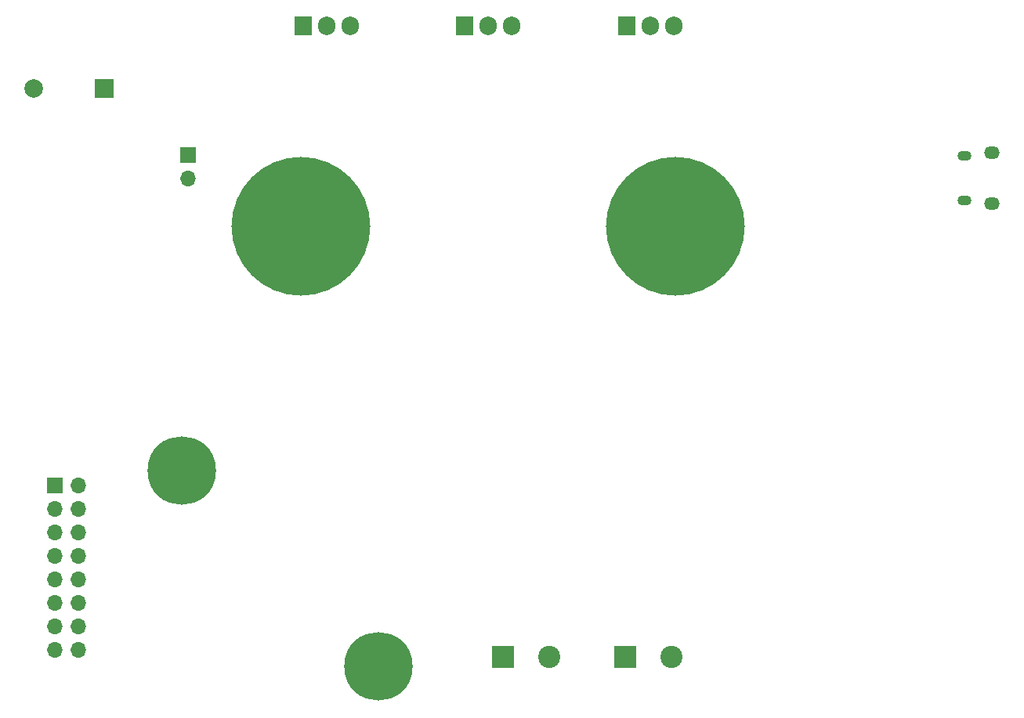
<source format=gbr>
%TF.GenerationSoftware,KiCad,Pcbnew,7.0.2-0*%
%TF.CreationDate,2023-08-15T10:21:39+08:00*%
%TF.ProjectId,H160_board,48313630-5f62-46f6-9172-642e6b696361,rev?*%
%TF.SameCoordinates,Original*%
%TF.FileFunction,Soldermask,Bot*%
%TF.FilePolarity,Negative*%
%FSLAX46Y46*%
G04 Gerber Fmt 4.6, Leading zero omitted, Abs format (unit mm)*
G04 Created by KiCad (PCBNEW 7.0.2-0) date 2023-08-15 10:21:39*
%MOMM*%
%LPD*%
G01*
G04 APERTURE LIST*
%ADD10R,2.400000X2.400000*%
%ADD11C,2.400000*%
%ADD12O,1.700000X1.350000*%
%ADD13O,1.500000X1.100000*%
%ADD14C,15.000000*%
%ADD15C,4.100000*%
%ADD16C,7.400000*%
%ADD17R,1.905000X2.000000*%
%ADD18O,1.905000X2.000000*%
%ADD19R,2.000000X2.000000*%
%ADD20C,2.000000*%
%ADD21R,1.700000X1.700000*%
%ADD22O,1.700000X1.700000*%
G04 APERTURE END LIST*
D10*
%TO.C,C4*%
X101601041Y-132000000D03*
D11*
X106601041Y-132000000D03*
%TD*%
D12*
%TO.C,J6*%
X154480000Y-82990000D03*
D13*
X151480000Y-82680000D03*
X151480000Y-77840000D03*
D12*
X154480000Y-77530000D03*
%TD*%
D14*
%TO.C,H2*%
X120250000Y-85500000D03*
%TD*%
D15*
%TO.C,H1*%
X88131000Y-133092000D03*
D16*
X88131000Y-133092000D03*
%TD*%
D17*
%TO.C,Q4*%
X97500000Y-63800000D03*
D18*
X100040000Y-63800000D03*
X102580000Y-63800000D03*
%TD*%
D15*
%TO.C,H4*%
X66907000Y-111879000D03*
D16*
X66907000Y-111879000D03*
%TD*%
D17*
%TO.C,Q5*%
X80000000Y-63800000D03*
D18*
X82540000Y-63800000D03*
X85080000Y-63800000D03*
%TD*%
D19*
%TO.C,BZ1*%
X58500000Y-70600000D03*
D20*
X50900000Y-70600000D03*
%TD*%
D21*
%TO.C,J2*%
X67600000Y-77775000D03*
D22*
X67600000Y-80315000D03*
%TD*%
D21*
%TO.C,J4*%
X53160000Y-113480000D03*
D22*
X55700000Y-113480000D03*
X53160000Y-116020000D03*
X55700000Y-116020000D03*
X53160000Y-118560000D03*
X55700000Y-118560000D03*
X53160000Y-121100000D03*
X55700000Y-121100000D03*
X53160000Y-123640000D03*
X55700000Y-123640000D03*
X53160000Y-126180000D03*
X55700000Y-126180000D03*
X53160000Y-128720000D03*
X55700000Y-128720000D03*
X53160000Y-131260000D03*
X55700000Y-131260000D03*
%TD*%
D10*
%TO.C,C5*%
X114850000Y-132000000D03*
D11*
X119850000Y-132000000D03*
%TD*%
D14*
%TO.C,H3*%
X79750000Y-85500000D03*
%TD*%
D17*
%TO.C,Q3*%
X115000000Y-63800000D03*
D18*
X117540000Y-63800000D03*
X120080000Y-63800000D03*
%TD*%
M02*

</source>
